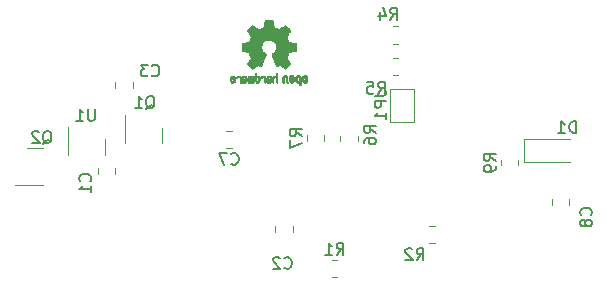
<source format=gbr>
%TF.GenerationSoftware,KiCad,Pcbnew,6.0.11-2627ca5db0~126~ubuntu22.04.1*%
%TF.CreationDate,2023-02-28T23:03:16-05:00*%
%TF.ProjectId,canbus-linbus-bridge,63616e62-7573-42d6-9c69-6e6275732d62,1.0*%
%TF.SameCoordinates,Original*%
%TF.FileFunction,Legend,Bot*%
%TF.FilePolarity,Positive*%
%FSLAX46Y46*%
G04 Gerber Fmt 4.6, Leading zero omitted, Abs format (unit mm)*
G04 Created by KiCad (PCBNEW 6.0.11-2627ca5db0~126~ubuntu22.04.1) date 2023-02-28 23:03:16*
%MOMM*%
%LPD*%
G01*
G04 APERTURE LIST*
%ADD10C,0.150000*%
%ADD11C,0.120000*%
%ADD12C,0.010000*%
G04 APERTURE END LIST*
D10*
%TO.C,R9*%
X101372380Y-84093333D02*
X100896190Y-83760000D01*
X101372380Y-83521904D02*
X100372380Y-83521904D01*
X100372380Y-83902857D01*
X100420000Y-83998095D01*
X100467619Y-84045714D01*
X100562857Y-84093333D01*
X100705714Y-84093333D01*
X100800952Y-84045714D01*
X100848571Y-83998095D01*
X100896190Y-83902857D01*
X100896190Y-83521904D01*
X101372380Y-84569523D02*
X101372380Y-84760000D01*
X101324761Y-84855238D01*
X101277142Y-84902857D01*
X101134285Y-84998095D01*
X100943809Y-85045714D01*
X100562857Y-85045714D01*
X100467619Y-84998095D01*
X100420000Y-84950476D01*
X100372380Y-84855238D01*
X100372380Y-84664761D01*
X100420000Y-84569523D01*
X100467619Y-84521904D01*
X100562857Y-84474285D01*
X100800952Y-84474285D01*
X100896190Y-84521904D01*
X100943809Y-84569523D01*
X100991428Y-84664761D01*
X100991428Y-84855238D01*
X100943809Y-84950476D01*
X100896190Y-84998095D01*
X100800952Y-85045714D01*
%TO.C,R7*%
X84942380Y-82013333D02*
X84466190Y-81680000D01*
X84942380Y-81441904D02*
X83942380Y-81441904D01*
X83942380Y-81822857D01*
X83990000Y-81918095D01*
X84037619Y-81965714D01*
X84132857Y-82013333D01*
X84275714Y-82013333D01*
X84370952Y-81965714D01*
X84418571Y-81918095D01*
X84466190Y-81822857D01*
X84466190Y-81441904D01*
X83942380Y-82346666D02*
X83942380Y-83013333D01*
X84942380Y-82584761D01*
%TO.C,R6*%
X91242380Y-81753333D02*
X90766190Y-81420000D01*
X91242380Y-81181904D02*
X90242380Y-81181904D01*
X90242380Y-81562857D01*
X90290000Y-81658095D01*
X90337619Y-81705714D01*
X90432857Y-81753333D01*
X90575714Y-81753333D01*
X90670952Y-81705714D01*
X90718571Y-81658095D01*
X90766190Y-81562857D01*
X90766190Y-81181904D01*
X90242380Y-82610476D02*
X90242380Y-82420000D01*
X90290000Y-82324761D01*
X90337619Y-82277142D01*
X90480476Y-82181904D01*
X90670952Y-82134285D01*
X91051904Y-82134285D01*
X91147142Y-82181904D01*
X91194761Y-82229523D01*
X91242380Y-82324761D01*
X91242380Y-82515238D01*
X91194761Y-82610476D01*
X91147142Y-82658095D01*
X91051904Y-82705714D01*
X90813809Y-82705714D01*
X90718571Y-82658095D01*
X90670952Y-82610476D01*
X90623333Y-82515238D01*
X90623333Y-82324761D01*
X90670952Y-82229523D01*
X90718571Y-82181904D01*
X90813809Y-82134285D01*
%TO.C,R5*%
X91416666Y-78422380D02*
X91750000Y-77946190D01*
X91988095Y-78422380D02*
X91988095Y-77422380D01*
X91607142Y-77422380D01*
X91511904Y-77470000D01*
X91464285Y-77517619D01*
X91416666Y-77612857D01*
X91416666Y-77755714D01*
X91464285Y-77850952D01*
X91511904Y-77898571D01*
X91607142Y-77946190D01*
X91988095Y-77946190D01*
X90511904Y-77422380D02*
X90988095Y-77422380D01*
X91035714Y-77898571D01*
X90988095Y-77850952D01*
X90892857Y-77803333D01*
X90654761Y-77803333D01*
X90559523Y-77850952D01*
X90511904Y-77898571D01*
X90464285Y-77993809D01*
X90464285Y-78231904D01*
X90511904Y-78327142D01*
X90559523Y-78374761D01*
X90654761Y-78422380D01*
X90892857Y-78422380D01*
X90988095Y-78374761D01*
X91035714Y-78327142D01*
%TO.C,R4*%
X92456666Y-72142380D02*
X92790000Y-71666190D01*
X93028095Y-72142380D02*
X93028095Y-71142380D01*
X92647142Y-71142380D01*
X92551904Y-71190000D01*
X92504285Y-71237619D01*
X92456666Y-71332857D01*
X92456666Y-71475714D01*
X92504285Y-71570952D01*
X92551904Y-71618571D01*
X92647142Y-71666190D01*
X93028095Y-71666190D01*
X91599523Y-71475714D02*
X91599523Y-72142380D01*
X91837619Y-71094761D02*
X92075714Y-71809047D01*
X91456666Y-71809047D01*
%TO.C,D1*%
X108188095Y-81752380D02*
X108188095Y-80752380D01*
X107950000Y-80752380D01*
X107807142Y-80800000D01*
X107711904Y-80895238D01*
X107664285Y-80990476D01*
X107616666Y-81180952D01*
X107616666Y-81323809D01*
X107664285Y-81514285D01*
X107711904Y-81609523D01*
X107807142Y-81704761D01*
X107950000Y-81752380D01*
X108188095Y-81752380D01*
X106664285Y-81752380D02*
X107235714Y-81752380D01*
X106950000Y-81752380D02*
X106950000Y-80752380D01*
X107045238Y-80895238D01*
X107140476Y-80990476D01*
X107235714Y-81038095D01*
%TO.C,C8*%
X109437142Y-88703333D02*
X109484761Y-88655714D01*
X109532380Y-88512857D01*
X109532380Y-88417619D01*
X109484761Y-88274761D01*
X109389523Y-88179523D01*
X109294285Y-88131904D01*
X109103809Y-88084285D01*
X108960952Y-88084285D01*
X108770476Y-88131904D01*
X108675238Y-88179523D01*
X108580000Y-88274761D01*
X108532380Y-88417619D01*
X108532380Y-88512857D01*
X108580000Y-88655714D01*
X108627619Y-88703333D01*
X108960952Y-89274761D02*
X108913333Y-89179523D01*
X108865714Y-89131904D01*
X108770476Y-89084285D01*
X108722857Y-89084285D01*
X108627619Y-89131904D01*
X108580000Y-89179523D01*
X108532380Y-89274761D01*
X108532380Y-89465238D01*
X108580000Y-89560476D01*
X108627619Y-89608095D01*
X108722857Y-89655714D01*
X108770476Y-89655714D01*
X108865714Y-89608095D01*
X108913333Y-89560476D01*
X108960952Y-89465238D01*
X108960952Y-89274761D01*
X109008571Y-89179523D01*
X109056190Y-89131904D01*
X109151428Y-89084285D01*
X109341904Y-89084285D01*
X109437142Y-89131904D01*
X109484761Y-89179523D01*
X109532380Y-89274761D01*
X109532380Y-89465238D01*
X109484761Y-89560476D01*
X109437142Y-89608095D01*
X109341904Y-89655714D01*
X109151428Y-89655714D01*
X109056190Y-89608095D01*
X109008571Y-89560476D01*
X108960952Y-89465238D01*
%TO.C,C7*%
X78991666Y-84337142D02*
X79039285Y-84384761D01*
X79182142Y-84432380D01*
X79277380Y-84432380D01*
X79420238Y-84384761D01*
X79515476Y-84289523D01*
X79563095Y-84194285D01*
X79610714Y-84003809D01*
X79610714Y-83860952D01*
X79563095Y-83670476D01*
X79515476Y-83575238D01*
X79420238Y-83480000D01*
X79277380Y-83432380D01*
X79182142Y-83432380D01*
X79039285Y-83480000D01*
X78991666Y-83527619D01*
X78658333Y-83432380D02*
X77991666Y-83432380D01*
X78420238Y-84432380D01*
%TO.C,U1*%
X67436904Y-79727380D02*
X67436904Y-80536904D01*
X67389285Y-80632142D01*
X67341666Y-80679761D01*
X67246428Y-80727380D01*
X67055952Y-80727380D01*
X66960714Y-80679761D01*
X66913095Y-80632142D01*
X66865476Y-80536904D01*
X66865476Y-79727380D01*
X65865476Y-80727380D02*
X66436904Y-80727380D01*
X66151190Y-80727380D02*
X66151190Y-79727380D01*
X66246428Y-79870238D01*
X66341666Y-79965476D01*
X66436904Y-80013095D01*
%TO.C,R1*%
X87916666Y-92052380D02*
X88250000Y-91576190D01*
X88488095Y-92052380D02*
X88488095Y-91052380D01*
X88107142Y-91052380D01*
X88011904Y-91100000D01*
X87964285Y-91147619D01*
X87916666Y-91242857D01*
X87916666Y-91385714D01*
X87964285Y-91480952D01*
X88011904Y-91528571D01*
X88107142Y-91576190D01*
X88488095Y-91576190D01*
X86964285Y-92052380D02*
X87535714Y-92052380D01*
X87250000Y-92052380D02*
X87250000Y-91052380D01*
X87345238Y-91195238D01*
X87440476Y-91290476D01*
X87535714Y-91338095D01*
%TO.C,C2*%
X83491666Y-93157142D02*
X83539285Y-93204761D01*
X83682142Y-93252380D01*
X83777380Y-93252380D01*
X83920238Y-93204761D01*
X84015476Y-93109523D01*
X84063095Y-93014285D01*
X84110714Y-92823809D01*
X84110714Y-92680952D01*
X84063095Y-92490476D01*
X84015476Y-92395238D01*
X83920238Y-92300000D01*
X83777380Y-92252380D01*
X83682142Y-92252380D01*
X83539285Y-92300000D01*
X83491666Y-92347619D01*
X83110714Y-92347619D02*
X83063095Y-92300000D01*
X82967857Y-92252380D01*
X82729761Y-92252380D01*
X82634523Y-92300000D01*
X82586904Y-92347619D01*
X82539285Y-92442857D01*
X82539285Y-92538095D01*
X82586904Y-92680952D01*
X83158333Y-93252380D01*
X82539285Y-93252380D01*
%TO.C,C3*%
X72266666Y-76857142D02*
X72314285Y-76904761D01*
X72457142Y-76952380D01*
X72552380Y-76952380D01*
X72695238Y-76904761D01*
X72790476Y-76809523D01*
X72838095Y-76714285D01*
X72885714Y-76523809D01*
X72885714Y-76380952D01*
X72838095Y-76190476D01*
X72790476Y-76095238D01*
X72695238Y-76000000D01*
X72552380Y-75952380D01*
X72457142Y-75952380D01*
X72314285Y-76000000D01*
X72266666Y-76047619D01*
X71933333Y-75952380D02*
X71314285Y-75952380D01*
X71647619Y-76333333D01*
X71504761Y-76333333D01*
X71409523Y-76380952D01*
X71361904Y-76428571D01*
X71314285Y-76523809D01*
X71314285Y-76761904D01*
X71361904Y-76857142D01*
X71409523Y-76904761D01*
X71504761Y-76952380D01*
X71790476Y-76952380D01*
X71885714Y-76904761D01*
X71933333Y-76857142D01*
%TO.C,C1*%
X67032142Y-85833333D02*
X67079761Y-85785714D01*
X67127380Y-85642857D01*
X67127380Y-85547619D01*
X67079761Y-85404761D01*
X66984523Y-85309523D01*
X66889285Y-85261904D01*
X66698809Y-85214285D01*
X66555952Y-85214285D01*
X66365476Y-85261904D01*
X66270238Y-85309523D01*
X66175000Y-85404761D01*
X66127380Y-85547619D01*
X66127380Y-85642857D01*
X66175000Y-85785714D01*
X66222619Y-85833333D01*
X67127380Y-86785714D02*
X67127380Y-86214285D01*
X67127380Y-86500000D02*
X66127380Y-86500000D01*
X66270238Y-86404761D01*
X66365476Y-86309523D01*
X66413095Y-86214285D01*
%TO.C,Q2*%
X63045238Y-82672619D02*
X63140476Y-82625000D01*
X63235714Y-82529761D01*
X63378571Y-82386904D01*
X63473809Y-82339285D01*
X63569047Y-82339285D01*
X63521428Y-82577380D02*
X63616666Y-82529761D01*
X63711904Y-82434523D01*
X63759523Y-82244047D01*
X63759523Y-81910714D01*
X63711904Y-81720238D01*
X63616666Y-81625000D01*
X63521428Y-81577380D01*
X63330952Y-81577380D01*
X63235714Y-81625000D01*
X63140476Y-81720238D01*
X63092857Y-81910714D01*
X63092857Y-82244047D01*
X63140476Y-82434523D01*
X63235714Y-82529761D01*
X63330952Y-82577380D01*
X63521428Y-82577380D01*
X62711904Y-81672619D02*
X62664285Y-81625000D01*
X62569047Y-81577380D01*
X62330952Y-81577380D01*
X62235714Y-81625000D01*
X62188095Y-81672619D01*
X62140476Y-81767857D01*
X62140476Y-81863095D01*
X62188095Y-82005952D01*
X62759523Y-82577380D01*
X62140476Y-82577380D01*
%TO.C,Q1*%
X71770238Y-79722619D02*
X71865476Y-79675000D01*
X71960714Y-79579761D01*
X72103571Y-79436904D01*
X72198809Y-79389285D01*
X72294047Y-79389285D01*
X72246428Y-79627380D02*
X72341666Y-79579761D01*
X72436904Y-79484523D01*
X72484523Y-79294047D01*
X72484523Y-78960714D01*
X72436904Y-78770238D01*
X72341666Y-78675000D01*
X72246428Y-78627380D01*
X72055952Y-78627380D01*
X71960714Y-78675000D01*
X71865476Y-78770238D01*
X71817857Y-78960714D01*
X71817857Y-79294047D01*
X71865476Y-79484523D01*
X71960714Y-79579761D01*
X72055952Y-79627380D01*
X72246428Y-79627380D01*
X70865476Y-79627380D02*
X71436904Y-79627380D01*
X71151190Y-79627380D02*
X71151190Y-78627380D01*
X71246428Y-78770238D01*
X71341666Y-78865476D01*
X71436904Y-78913095D01*
%TO.C,JP1*%
X91127380Y-78591666D02*
X91841666Y-78591666D01*
X91984523Y-78544047D01*
X92079761Y-78448809D01*
X92127380Y-78305952D01*
X92127380Y-78210714D01*
X92127380Y-79067857D02*
X91127380Y-79067857D01*
X91127380Y-79448809D01*
X91175000Y-79544047D01*
X91222619Y-79591666D01*
X91317857Y-79639285D01*
X91460714Y-79639285D01*
X91555952Y-79591666D01*
X91603571Y-79544047D01*
X91651190Y-79448809D01*
X91651190Y-79067857D01*
X92127380Y-80591666D02*
X92127380Y-80020238D01*
X92127380Y-80305952D02*
X91127380Y-80305952D01*
X91270238Y-80210714D01*
X91365476Y-80115476D01*
X91413095Y-80020238D01*
%TO.C,R2*%
X94691666Y-92502380D02*
X95025000Y-92026190D01*
X95263095Y-92502380D02*
X95263095Y-91502380D01*
X94882142Y-91502380D01*
X94786904Y-91550000D01*
X94739285Y-91597619D01*
X94691666Y-91692857D01*
X94691666Y-91835714D01*
X94739285Y-91930952D01*
X94786904Y-91978571D01*
X94882142Y-92026190D01*
X95263095Y-92026190D01*
X94310714Y-91597619D02*
X94263095Y-91550000D01*
X94167857Y-91502380D01*
X93929761Y-91502380D01*
X93834523Y-91550000D01*
X93786904Y-91597619D01*
X93739285Y-91692857D01*
X93739285Y-91788095D01*
X93786904Y-91930952D01*
X94358333Y-92502380D01*
X93739285Y-92502380D01*
D11*
%TO.C,R9*%
X101835000Y-84032936D02*
X101835000Y-84487064D01*
X103305000Y-84032936D02*
X103305000Y-84487064D01*
%TO.C,R7*%
X85405000Y-81952936D02*
X85405000Y-82407064D01*
X86875000Y-81952936D02*
X86875000Y-82407064D01*
%TO.C,R6*%
X88215000Y-81972936D02*
X88215000Y-82427064D01*
X89685000Y-81972936D02*
X89685000Y-82427064D01*
%TO.C,R5*%
X92672936Y-76865000D02*
X93127064Y-76865000D01*
X92672936Y-75395000D02*
X93127064Y-75395000D01*
%TO.C,R4*%
X92652936Y-74175000D02*
X93107064Y-74175000D01*
X92652936Y-72705000D02*
X93107064Y-72705000D01*
%TO.C,D1*%
X103800000Y-84240000D02*
X107700000Y-84240000D01*
X103800000Y-84240000D02*
X103800000Y-82240000D01*
X103800000Y-82240000D02*
X107700000Y-82240000D01*
%TO.C,C8*%
X107615000Y-87346248D02*
X107615000Y-87868752D01*
X106145000Y-87346248D02*
X106145000Y-87868752D01*
%TO.C,C7*%
X78563748Y-81565000D02*
X79086252Y-81565000D01*
X78563748Y-83035000D02*
X79086252Y-83035000D01*
%TO.C,U1*%
X68285000Y-82925000D02*
X68285000Y-82275000D01*
X65165000Y-82925000D02*
X65165000Y-83575000D01*
X65165000Y-82925000D02*
X65165000Y-81250000D01*
X68285000Y-82925000D02*
X68285000Y-83575000D01*
%TO.C,R1*%
X87977064Y-93985000D02*
X87522936Y-93985000D01*
X87977064Y-92515000D02*
X87522936Y-92515000D01*
%TO.C,C2*%
X82715000Y-90111252D02*
X82715000Y-89588748D01*
X84185000Y-90111252D02*
X84185000Y-89588748D01*
%TO.C,C3*%
X69165000Y-77936252D02*
X69165000Y-77413748D01*
X70635000Y-77936252D02*
X70635000Y-77413748D01*
%TO.C,C1*%
X69160000Y-84726248D02*
X69160000Y-85248752D01*
X67690000Y-84726248D02*
X67690000Y-85248752D01*
%TO.C,Q2*%
X62375000Y-86135000D02*
X60700000Y-86135000D01*
X62375000Y-83015000D02*
X63025000Y-83015000D01*
X62375000Y-86135000D02*
X63025000Y-86135000D01*
X62375000Y-83015000D02*
X61725000Y-83015000D01*
%TO.C,Q1*%
X73110000Y-81937500D02*
X73110000Y-81287500D01*
X73110000Y-81937500D02*
X73110000Y-82587500D01*
X69990000Y-81937500D02*
X69990000Y-80262500D01*
X69990000Y-81937500D02*
X69990000Y-82587500D01*
%TO.C,REF\u002A\u002A*%
G36*
X85425701Y-77190935D02*
G01*
X85424914Y-77261119D01*
X85422210Y-77310022D01*
X85416606Y-77344178D01*
X85407119Y-77370124D01*
X85392768Y-77394397D01*
X85389237Y-77399433D01*
X85351878Y-77439143D01*
X85309311Y-77469092D01*
X85287452Y-77478810D01*
X85208908Y-77495020D01*
X85131231Y-77484535D01*
X85059645Y-77448707D01*
X84999374Y-77388887D01*
X84994286Y-77380873D01*
X84977730Y-77334342D01*
X84966573Y-77269552D01*
X84961160Y-77194727D01*
X84961768Y-77125513D01*
X85108248Y-77125513D01*
X85109402Y-77221399D01*
X85109866Y-77227569D01*
X85116629Y-77280478D01*
X85128671Y-77314029D01*
X85149005Y-77337016D01*
X85183097Y-77358548D01*
X85216814Y-77359680D01*
X85251543Y-77334857D01*
X85257584Y-77328325D01*
X85269417Y-77308779D01*
X85276404Y-77280386D01*
X85279727Y-77236430D01*
X85280571Y-77170192D01*
X85279125Y-77108150D01*
X85271907Y-77049042D01*
X85257006Y-77011686D01*
X85232636Y-76992152D01*
X85197008Y-76986514D01*
X85183440Y-76987635D01*
X85145430Y-77008194D01*
X85120312Y-77054299D01*
X85108248Y-77125513D01*
X84961768Y-77125513D01*
X84961833Y-77118096D01*
X84968937Y-77047882D01*
X84982815Y-76992312D01*
X85000649Y-76955301D01*
X85050855Y-76897733D01*
X85118885Y-76861962D01*
X85202158Y-76849665D01*
X85224398Y-76850331D01*
X85289891Y-76863947D01*
X85343687Y-76898249D01*
X85393057Y-76957338D01*
X85395995Y-76961722D01*
X85409287Y-76985299D01*
X85417932Y-77011949D01*
X85422904Y-77048159D01*
X85425174Y-77100413D01*
X85425678Y-77170192D01*
X85425714Y-77175200D01*
X85425701Y-77190935D01*
G37*
D12*
X85425701Y-77190935D02*
X85424914Y-77261119D01*
X85422210Y-77310022D01*
X85416606Y-77344178D01*
X85407119Y-77370124D01*
X85392768Y-77394397D01*
X85389237Y-77399433D01*
X85351878Y-77439143D01*
X85309311Y-77469092D01*
X85287452Y-77478810D01*
X85208908Y-77495020D01*
X85131231Y-77484535D01*
X85059645Y-77448707D01*
X84999374Y-77388887D01*
X84994286Y-77380873D01*
X84977730Y-77334342D01*
X84966573Y-77269552D01*
X84961160Y-77194727D01*
X84961768Y-77125513D01*
X85108248Y-77125513D01*
X85109402Y-77221399D01*
X85109866Y-77227569D01*
X85116629Y-77280478D01*
X85128671Y-77314029D01*
X85149005Y-77337016D01*
X85183097Y-77358548D01*
X85216814Y-77359680D01*
X85251543Y-77334857D01*
X85257584Y-77328325D01*
X85269417Y-77308779D01*
X85276404Y-77280386D01*
X85279727Y-77236430D01*
X85280571Y-77170192D01*
X85279125Y-77108150D01*
X85271907Y-77049042D01*
X85257006Y-77011686D01*
X85232636Y-76992152D01*
X85197008Y-76986514D01*
X85183440Y-76987635D01*
X85145430Y-77008194D01*
X85120312Y-77054299D01*
X85108248Y-77125513D01*
X84961768Y-77125513D01*
X84961833Y-77118096D01*
X84968937Y-77047882D01*
X84982815Y-76992312D01*
X85000649Y-76955301D01*
X85050855Y-76897733D01*
X85118885Y-76861962D01*
X85202158Y-76849665D01*
X85224398Y-76850331D01*
X85289891Y-76863947D01*
X85343687Y-76898249D01*
X85393057Y-76957338D01*
X85395995Y-76961722D01*
X85409287Y-76985299D01*
X85417932Y-77011949D01*
X85422904Y-77048159D01*
X85425174Y-77100413D01*
X85425678Y-77170192D01*
X85425714Y-77175200D01*
X85425701Y-77190935D01*
G36*
X84871252Y-77353000D02*
G01*
X84871651Y-77385339D01*
X84872929Y-77493455D01*
X84873185Y-77576186D01*
X84871634Y-77636426D01*
X84867490Y-77677073D01*
X84859964Y-77701023D01*
X84848271Y-77711171D01*
X84831624Y-77710414D01*
X84809236Y-77701648D01*
X84780321Y-77687769D01*
X84774142Y-77684808D01*
X84748413Y-77670311D01*
X84734976Y-77653065D01*
X84729834Y-77624308D01*
X84728990Y-77575283D01*
X84728952Y-77487257D01*
X84638276Y-77487257D01*
X84582498Y-77484815D01*
X84538640Y-77474908D01*
X84502218Y-77454886D01*
X84499503Y-77452929D01*
X84462546Y-77419869D01*
X84436826Y-77379931D01*
X84420606Y-77327657D01*
X84412148Y-77257588D01*
X84410083Y-77178430D01*
X84554857Y-77178430D01*
X84554882Y-77191697D01*
X84556261Y-77251584D01*
X84560687Y-77290732D01*
X84569461Y-77316153D01*
X84583886Y-77334857D01*
X84584784Y-77335750D01*
X84620237Y-77359952D01*
X84654596Y-77357567D01*
X84693403Y-77328260D01*
X84702895Y-77318244D01*
X84716876Y-77297708D01*
X84724760Y-77270997D01*
X84728245Y-77230499D01*
X84729029Y-77168603D01*
X84728350Y-77131130D01*
X84720983Y-77062980D01*
X84704168Y-77018330D01*
X84676234Y-76993926D01*
X84635509Y-76986514D01*
X84618350Y-76988094D01*
X84588660Y-77003766D01*
X84569031Y-77038691D01*
X84558188Y-77095901D01*
X84554857Y-77178430D01*
X84410083Y-77178430D01*
X84409714Y-77164267D01*
X84410253Y-77096169D01*
X84412707Y-77044587D01*
X84418158Y-77008816D01*
X84427686Y-76982015D01*
X84442371Y-76957338D01*
X84455852Y-76938480D01*
X84504799Y-76887568D01*
X84560256Y-76859918D01*
X84629928Y-76851165D01*
X84709664Y-76859890D01*
X84778595Y-76891185D01*
X84833113Y-76946381D01*
X84837223Y-76952224D01*
X84846808Y-76967753D01*
X84854151Y-76985498D01*
X84859612Y-77009290D01*
X84863550Y-77042958D01*
X84866323Y-77090333D01*
X84868292Y-77155245D01*
X84868528Y-77168603D01*
X84869815Y-77241524D01*
X84871252Y-77353000D01*
G37*
X84871252Y-77353000D02*
X84871651Y-77385339D01*
X84872929Y-77493455D01*
X84873185Y-77576186D01*
X84871634Y-77636426D01*
X84867490Y-77677073D01*
X84859964Y-77701023D01*
X84848271Y-77711171D01*
X84831624Y-77710414D01*
X84809236Y-77701648D01*
X84780321Y-77687769D01*
X84774142Y-77684808D01*
X84748413Y-77670311D01*
X84734976Y-77653065D01*
X84729834Y-77624308D01*
X84728990Y-77575283D01*
X84728952Y-77487257D01*
X84638276Y-77487257D01*
X84582498Y-77484815D01*
X84538640Y-77474908D01*
X84502218Y-77454886D01*
X84499503Y-77452929D01*
X84462546Y-77419869D01*
X84436826Y-77379931D01*
X84420606Y-77327657D01*
X84412148Y-77257588D01*
X84410083Y-77178430D01*
X84554857Y-77178430D01*
X84554882Y-77191697D01*
X84556261Y-77251584D01*
X84560687Y-77290732D01*
X84569461Y-77316153D01*
X84583886Y-77334857D01*
X84584784Y-77335750D01*
X84620237Y-77359952D01*
X84654596Y-77357567D01*
X84693403Y-77328260D01*
X84702895Y-77318244D01*
X84716876Y-77297708D01*
X84724760Y-77270997D01*
X84728245Y-77230499D01*
X84729029Y-77168603D01*
X84728350Y-77131130D01*
X84720983Y-77062980D01*
X84704168Y-77018330D01*
X84676234Y-76993926D01*
X84635509Y-76986514D01*
X84618350Y-76988094D01*
X84588660Y-77003766D01*
X84569031Y-77038691D01*
X84558188Y-77095901D01*
X84554857Y-77178430D01*
X84410083Y-77178430D01*
X84409714Y-77164267D01*
X84410253Y-77096169D01*
X84412707Y-77044587D01*
X84418158Y-77008816D01*
X84427686Y-76982015D01*
X84442371Y-76957338D01*
X84455852Y-76938480D01*
X84504799Y-76887568D01*
X84560256Y-76859918D01*
X84629928Y-76851165D01*
X84709664Y-76859890D01*
X84778595Y-76891185D01*
X84833113Y-76946381D01*
X84837223Y-76952224D01*
X84846808Y-76967753D01*
X84854151Y-76985498D01*
X84859612Y-77009290D01*
X84863550Y-77042958D01*
X84866323Y-77090333D01*
X84868292Y-77155245D01*
X84868528Y-77168603D01*
X84869815Y-77241524D01*
X84871252Y-77353000D01*
G36*
X82838543Y-76689444D02*
G01*
X82885714Y-76709342D01*
X82885714Y-77106509D01*
X82885519Y-77209498D01*
X82884998Y-77302141D01*
X82884199Y-77380700D01*
X82883172Y-77441439D01*
X82881963Y-77480623D01*
X82880623Y-77494514D01*
X82880099Y-77494468D01*
X82862287Y-77489420D01*
X82829823Y-77478580D01*
X82784114Y-77462646D01*
X82784114Y-77258173D01*
X82783824Y-77177832D01*
X82782474Y-77119562D01*
X82779369Y-77079909D01*
X82773812Y-77053618D01*
X82765107Y-77035436D01*
X82752556Y-77020107D01*
X82743999Y-77011955D01*
X82697728Y-76989375D01*
X82646728Y-76991375D01*
X82599993Y-77018073D01*
X82593189Y-77024698D01*
X82582293Y-77038456D01*
X82574836Y-77056642D01*
X82570169Y-77084177D01*
X82567642Y-77125981D01*
X82566602Y-77186973D01*
X82566400Y-77272073D01*
X82566303Y-77315234D01*
X82565674Y-77386224D01*
X82564556Y-77443076D01*
X82563063Y-77480828D01*
X82561309Y-77494514D01*
X82560785Y-77494468D01*
X82542973Y-77489420D01*
X82510509Y-77478580D01*
X82464800Y-77462646D01*
X82464823Y-77257237D01*
X82464857Y-77238951D01*
X82466778Y-77143626D01*
X82472678Y-77071543D01*
X82484001Y-77017813D01*
X82502187Y-76977549D01*
X82528679Y-76945861D01*
X82564918Y-76917861D01*
X82600263Y-76900333D01*
X82656773Y-76886785D01*
X82712356Y-76886015D01*
X82755086Y-76899195D01*
X82758298Y-76901015D01*
X82768205Y-76900820D01*
X82774975Y-76885572D01*
X82779861Y-76850613D01*
X82784114Y-76791289D01*
X82791371Y-76669547D01*
X82838543Y-76689444D01*
G37*
X82838543Y-76689444D02*
X82885714Y-76709342D01*
X82885714Y-77106509D01*
X82885519Y-77209498D01*
X82884998Y-77302141D01*
X82884199Y-77380700D01*
X82883172Y-77441439D01*
X82881963Y-77480623D01*
X82880623Y-77494514D01*
X82880099Y-77494468D01*
X82862287Y-77489420D01*
X82829823Y-77478580D01*
X82784114Y-77462646D01*
X82784114Y-77258173D01*
X82783824Y-77177832D01*
X82782474Y-77119562D01*
X82779369Y-77079909D01*
X82773812Y-77053618D01*
X82765107Y-77035436D01*
X82752556Y-77020107D01*
X82743999Y-77011955D01*
X82697728Y-76989375D01*
X82646728Y-76991375D01*
X82599993Y-77018073D01*
X82593189Y-77024698D01*
X82582293Y-77038456D01*
X82574836Y-77056642D01*
X82570169Y-77084177D01*
X82567642Y-77125981D01*
X82566602Y-77186973D01*
X82566400Y-77272073D01*
X82566303Y-77315234D01*
X82565674Y-77386224D01*
X82564556Y-77443076D01*
X82563063Y-77480828D01*
X82561309Y-77494514D01*
X82560785Y-77494468D01*
X82542973Y-77489420D01*
X82510509Y-77478580D01*
X82464800Y-77462646D01*
X82464823Y-77257237D01*
X82464857Y-77238951D01*
X82466778Y-77143626D01*
X82472678Y-77071543D01*
X82484001Y-77017813D01*
X82502187Y-76977549D01*
X82528679Y-76945861D01*
X82564918Y-76917861D01*
X82600263Y-76900333D01*
X82656773Y-76886785D01*
X82712356Y-76886015D01*
X82755086Y-76899195D01*
X82758298Y-76901015D01*
X82768205Y-76900820D01*
X82774975Y-76885572D01*
X82779861Y-76850613D01*
X82784114Y-76791289D01*
X82791371Y-76669547D01*
X82838543Y-76689444D01*
G36*
X80813941Y-76889282D02*
G01*
X80845774Y-76901758D01*
X80882743Y-76918602D01*
X80882743Y-77405196D01*
X80836812Y-77451127D01*
X80826320Y-77461427D01*
X80797255Y-77484320D01*
X80767943Y-77491735D01*
X80724326Y-77488321D01*
X80706568Y-77486114D01*
X80660767Y-77481445D01*
X80628743Y-77479585D01*
X80619244Y-77479869D01*
X80580274Y-77482948D01*
X80533160Y-77488321D01*
X80518085Y-77490168D01*
X80480110Y-77490893D01*
X80452325Y-77479429D01*
X80420674Y-77451127D01*
X80374743Y-77405196D01*
X80374743Y-77145055D01*
X80375101Y-77068180D01*
X80376216Y-76994886D01*
X80377952Y-76936850D01*
X80380167Y-76898663D01*
X80382721Y-76884914D01*
X80383256Y-76884951D01*
X80401808Y-76891793D01*
X80433153Y-76906868D01*
X80475608Y-76928822D01*
X80479604Y-77157240D01*
X80483600Y-77385657D01*
X80570686Y-77385657D01*
X80574657Y-77135286D01*
X80575916Y-77067227D01*
X80577718Y-76994482D01*
X80579671Y-76936730D01*
X80581612Y-76898648D01*
X80583377Y-76884914D01*
X80583885Y-76884962D01*
X80601482Y-76890015D01*
X80633834Y-76900849D01*
X80679543Y-76916783D01*
X80679765Y-77136706D01*
X80679988Y-77174909D01*
X80681531Y-77249146D01*
X80684292Y-77311145D01*
X80687977Y-77355308D01*
X80692292Y-77376041D01*
X80707732Y-77387131D01*
X80739241Y-77390556D01*
X80773886Y-77385657D01*
X80777857Y-77135286D01*
X80779278Y-77071663D01*
X80782225Y-76996356D01*
X80786079Y-76937286D01*
X80790542Y-76898718D01*
X80795317Y-76884914D01*
X80813941Y-76889282D01*
G37*
X80813941Y-76889282D02*
X80845774Y-76901758D01*
X80882743Y-76918602D01*
X80882743Y-77405196D01*
X80836812Y-77451127D01*
X80826320Y-77461427D01*
X80797255Y-77484320D01*
X80767943Y-77491735D01*
X80724326Y-77488321D01*
X80706568Y-77486114D01*
X80660767Y-77481445D01*
X80628743Y-77479585D01*
X80619244Y-77479869D01*
X80580274Y-77482948D01*
X80533160Y-77488321D01*
X80518085Y-77490168D01*
X80480110Y-77490893D01*
X80452325Y-77479429D01*
X80420674Y-77451127D01*
X80374743Y-77405196D01*
X80374743Y-77145055D01*
X80375101Y-77068180D01*
X80376216Y-76994886D01*
X80377952Y-76936850D01*
X80380167Y-76898663D01*
X80382721Y-76884914D01*
X80383256Y-76884951D01*
X80401808Y-76891793D01*
X80433153Y-76906868D01*
X80475608Y-76928822D01*
X80479604Y-77157240D01*
X80483600Y-77385657D01*
X80570686Y-77385657D01*
X80574657Y-77135286D01*
X80575916Y-77067227D01*
X80577718Y-76994482D01*
X80579671Y-76936730D01*
X80581612Y-76898648D01*
X80583377Y-76884914D01*
X80583885Y-76884962D01*
X80601482Y-76890015D01*
X80633834Y-76900849D01*
X80679543Y-76916783D01*
X80679765Y-77136706D01*
X80679988Y-77174909D01*
X80681531Y-77249146D01*
X80684292Y-77311145D01*
X80687977Y-77355308D01*
X80692292Y-77376041D01*
X80707732Y-77387131D01*
X80739241Y-77390556D01*
X80773886Y-77385657D01*
X80777857Y-77135286D01*
X80779278Y-77071663D01*
X80782225Y-76996356D01*
X80786079Y-76937286D01*
X80790542Y-76898718D01*
X80795317Y-76884914D01*
X80813941Y-76889282D01*
G36*
X83591020Y-76857822D02*
G01*
X83658810Y-76889680D01*
X83714366Y-76944770D01*
X83725881Y-76962016D01*
X83735432Y-76981562D01*
X83742206Y-77006198D01*
X83746819Y-77040711D01*
X83749888Y-77089889D01*
X83752029Y-77158519D01*
X83753859Y-77251389D01*
X83758404Y-77509007D01*
X83720225Y-77494491D01*
X83685268Y-77481156D01*
X83659097Y-77468323D01*
X83642013Y-77451780D01*
X83632086Y-77426465D01*
X83627386Y-77387316D01*
X83625982Y-77329268D01*
X83625943Y-77247261D01*
X83625744Y-77181895D01*
X83624559Y-77119173D01*
X83621729Y-77076334D01*
X83616609Y-77048220D01*
X83608553Y-77029675D01*
X83596914Y-77015543D01*
X83568303Y-76995600D01*
X83520239Y-76988083D01*
X83472688Y-77007079D01*
X83469550Y-77009511D01*
X83459769Y-77020748D01*
X83452553Y-77038770D01*
X83447299Y-77068026D01*
X83443402Y-77112962D01*
X83440256Y-77178028D01*
X83437257Y-77267670D01*
X83430000Y-77507697D01*
X83368314Y-77480044D01*
X83306629Y-77452391D01*
X83306629Y-77233246D01*
X83306884Y-77173711D01*
X83309086Y-77090892D01*
X83314661Y-77029227D01*
X83324941Y-76983748D01*
X83341258Y-76949484D01*
X83364943Y-76921466D01*
X83397328Y-76894723D01*
X83443907Y-76867780D01*
X83517287Y-76850191D01*
X83591020Y-76857822D01*
G37*
X83591020Y-76857822D02*
X83658810Y-76889680D01*
X83714366Y-76944770D01*
X83725881Y-76962016D01*
X83735432Y-76981562D01*
X83742206Y-77006198D01*
X83746819Y-77040711D01*
X83749888Y-77089889D01*
X83752029Y-77158519D01*
X83753859Y-77251389D01*
X83758404Y-77509007D01*
X83720225Y-77494491D01*
X83685268Y-77481156D01*
X83659097Y-77468323D01*
X83642013Y-77451780D01*
X83632086Y-77426465D01*
X83627386Y-77387316D01*
X83625982Y-77329268D01*
X83625943Y-77247261D01*
X83625744Y-77181895D01*
X83624559Y-77119173D01*
X83621729Y-77076334D01*
X83616609Y-77048220D01*
X83608553Y-77029675D01*
X83596914Y-77015543D01*
X83568303Y-76995600D01*
X83520239Y-76988083D01*
X83472688Y-77007079D01*
X83469550Y-77009511D01*
X83459769Y-77020748D01*
X83452553Y-77038770D01*
X83447299Y-77068026D01*
X83443402Y-77112962D01*
X83440256Y-77178028D01*
X83437257Y-77267670D01*
X83430000Y-77507697D01*
X83368314Y-77480044D01*
X83306629Y-77452391D01*
X83306629Y-77233246D01*
X83306884Y-77173711D01*
X83309086Y-77090892D01*
X83314661Y-77029227D01*
X83324941Y-76983748D01*
X83341258Y-76949484D01*
X83364943Y-76921466D01*
X83397328Y-76894723D01*
X83443907Y-76867780D01*
X83517287Y-76850191D01*
X83591020Y-76857822D01*
G36*
X81389537Y-77246313D02*
G01*
X81381345Y-77323462D01*
X81363519Y-77381276D01*
X81333975Y-77425422D01*
X81290625Y-77461568D01*
X81249332Y-77482463D01*
X81179987Y-77494090D01*
X81110736Y-77481377D01*
X81048145Y-77445945D01*
X80998779Y-77389418D01*
X80992818Y-77378995D01*
X80984945Y-77360733D01*
X80979106Y-77337429D01*
X80974999Y-77305085D01*
X80972325Y-77259704D01*
X80970781Y-77197287D01*
X80970734Y-77191748D01*
X81071429Y-77191748D01*
X81071772Y-77244577D01*
X81073942Y-77292362D01*
X81079307Y-77323209D01*
X81089217Y-77343935D01*
X81105021Y-77361356D01*
X81108724Y-77364705D01*
X81156299Y-77389419D01*
X81206635Y-77386890D01*
X81253517Y-77357288D01*
X81267477Y-77341953D01*
X81279160Y-77321622D01*
X81285686Y-77293514D01*
X81288524Y-77250550D01*
X81289143Y-77185647D01*
X81288837Y-77136122D01*
X81286722Y-77087782D01*
X81281390Y-77056587D01*
X81271460Y-77035647D01*
X81255550Y-77018073D01*
X81246204Y-77010159D01*
X81197776Y-76988843D01*
X81147040Y-76992198D01*
X81102987Y-77020107D01*
X81093504Y-77031173D01*
X81081939Y-77052009D01*
X81075252Y-77081106D01*
X81072173Y-77125381D01*
X81071429Y-77191748D01*
X80970734Y-77191748D01*
X80970067Y-77113837D01*
X80969883Y-77005358D01*
X80969829Y-76668601D01*
X81017000Y-76688362D01*
X81029472Y-76693770D01*
X81049324Y-76705985D01*
X81060687Y-76724482D01*
X81066933Y-76756829D01*
X81071429Y-76810593D01*
X81075535Y-76858866D01*
X81080963Y-76890557D01*
X81088739Y-76902383D01*
X81100457Y-76899212D01*
X81130318Y-76888067D01*
X81183684Y-76885304D01*
X81241093Y-76895625D01*
X81290625Y-76917861D01*
X81317876Y-76938443D01*
X81352865Y-76978600D01*
X81375274Y-77030086D01*
X81387190Y-77098568D01*
X81390542Y-77185647D01*
X81390698Y-77189714D01*
X81389537Y-77246313D01*
G37*
X81389537Y-77246313D02*
X81381345Y-77323462D01*
X81363519Y-77381276D01*
X81333975Y-77425422D01*
X81290625Y-77461568D01*
X81249332Y-77482463D01*
X81179987Y-77494090D01*
X81110736Y-77481377D01*
X81048145Y-77445945D01*
X80998779Y-77389418D01*
X80992818Y-77378995D01*
X80984945Y-77360733D01*
X80979106Y-77337429D01*
X80974999Y-77305085D01*
X80972325Y-77259704D01*
X80970781Y-77197287D01*
X80970734Y-77191748D01*
X81071429Y-77191748D01*
X81071772Y-77244577D01*
X81073942Y-77292362D01*
X81079307Y-77323209D01*
X81089217Y-77343935D01*
X81105021Y-77361356D01*
X81108724Y-77364705D01*
X81156299Y-77389419D01*
X81206635Y-77386890D01*
X81253517Y-77357288D01*
X81267477Y-77341953D01*
X81279160Y-77321622D01*
X81285686Y-77293514D01*
X81288524Y-77250550D01*
X81289143Y-77185647D01*
X81288837Y-77136122D01*
X81286722Y-77087782D01*
X81281390Y-77056587D01*
X81271460Y-77035647D01*
X81255550Y-77018073D01*
X81246204Y-77010159D01*
X81197776Y-76988843D01*
X81147040Y-76992198D01*
X81102987Y-77020107D01*
X81093504Y-77031173D01*
X81081939Y-77052009D01*
X81075252Y-77081106D01*
X81072173Y-77125381D01*
X81071429Y-77191748D01*
X80970734Y-77191748D01*
X80970067Y-77113837D01*
X80969883Y-77005358D01*
X80969829Y-76668601D01*
X81017000Y-76688362D01*
X81029472Y-76693770D01*
X81049324Y-76705985D01*
X81060687Y-76724482D01*
X81066933Y-76756829D01*
X81071429Y-76810593D01*
X81075535Y-76858866D01*
X81080963Y-76890557D01*
X81088739Y-76902383D01*
X81100457Y-76899212D01*
X81130318Y-76888067D01*
X81183684Y-76885304D01*
X81241093Y-76895625D01*
X81290625Y-76917861D01*
X81317876Y-76938443D01*
X81352865Y-76978600D01*
X81375274Y-77030086D01*
X81387190Y-77098568D01*
X81390542Y-77185647D01*
X81390698Y-77189714D01*
X81389537Y-77246313D01*
G36*
X79300307Y-77231305D02*
G01*
X79296762Y-77307521D01*
X79287483Y-77363294D01*
X79270375Y-77404613D01*
X79243344Y-77437467D01*
X79204292Y-77467846D01*
X79179445Y-77481660D01*
X79139615Y-77490965D01*
X79083665Y-77490230D01*
X79052385Y-77487283D01*
X79014653Y-77478283D01*
X78984494Y-77458720D01*
X78949408Y-77422267D01*
X78944720Y-77416943D01*
X78913177Y-77375969D01*
X78898128Y-77340283D01*
X78894286Y-77297966D01*
X78894286Y-77235779D01*
X78937742Y-77252182D01*
X78969424Y-77271356D01*
X78996962Y-77316347D01*
X79002711Y-77330752D01*
X79034855Y-77371546D01*
X79078611Y-77392081D01*
X79126254Y-77390235D01*
X79170057Y-77363886D01*
X79185111Y-77347455D01*
X79198763Y-77322667D01*
X79194493Y-77300144D01*
X79169916Y-77276964D01*
X79122651Y-77250202D01*
X79050314Y-77216934D01*
X78901543Y-77151816D01*
X78897595Y-77087308D01*
X78899079Y-77046220D01*
X78996010Y-77046220D01*
X79003368Y-77071657D01*
X79036848Y-77098814D01*
X79097614Y-77129714D01*
X79107669Y-77134190D01*
X79155751Y-77155017D01*
X79191726Y-77169665D01*
X79208444Y-77175200D01*
X79210977Y-77171126D01*
X79211993Y-77146247D01*
X79208369Y-77106257D01*
X79199242Y-77067152D01*
X79170773Y-77017884D01*
X79129678Y-76990122D01*
X79080590Y-76986364D01*
X79028144Y-77009109D01*
X79013609Y-77020481D01*
X78996010Y-77046220D01*
X78899079Y-77046220D01*
X78899338Y-77039064D01*
X78921281Y-76978096D01*
X78948979Y-76944497D01*
X79006405Y-76906966D01*
X79074527Y-76888006D01*
X79144947Y-76889507D01*
X79209267Y-76913355D01*
X79223426Y-76922513D01*
X79255904Y-76950849D01*
X79278116Y-76986695D01*
X79291804Y-77035384D01*
X79298715Y-77102249D01*
X79299628Y-77146247D01*
X79300590Y-77192622D01*
X79300307Y-77231305D01*
G37*
X79300307Y-77231305D02*
X79296762Y-77307521D01*
X79287483Y-77363294D01*
X79270375Y-77404613D01*
X79243344Y-77437467D01*
X79204292Y-77467846D01*
X79179445Y-77481660D01*
X79139615Y-77490965D01*
X79083665Y-77490230D01*
X79052385Y-77487283D01*
X79014653Y-77478283D01*
X78984494Y-77458720D01*
X78949408Y-77422267D01*
X78944720Y-77416943D01*
X78913177Y-77375969D01*
X78898128Y-77340283D01*
X78894286Y-77297966D01*
X78894286Y-77235779D01*
X78937742Y-77252182D01*
X78969424Y-77271356D01*
X78996962Y-77316347D01*
X79002711Y-77330752D01*
X79034855Y-77371546D01*
X79078611Y-77392081D01*
X79126254Y-77390235D01*
X79170057Y-77363886D01*
X79185111Y-77347455D01*
X79198763Y-77322667D01*
X79194493Y-77300144D01*
X79169916Y-77276964D01*
X79122651Y-77250202D01*
X79050314Y-77216934D01*
X78901543Y-77151816D01*
X78897595Y-77087308D01*
X78899079Y-77046220D01*
X78996010Y-77046220D01*
X79003368Y-77071657D01*
X79036848Y-77098814D01*
X79097614Y-77129714D01*
X79107669Y-77134190D01*
X79155751Y-77155017D01*
X79191726Y-77169665D01*
X79208444Y-77175200D01*
X79210977Y-77171126D01*
X79211993Y-77146247D01*
X79208369Y-77106257D01*
X79199242Y-77067152D01*
X79170773Y-77017884D01*
X79129678Y-76990122D01*
X79080590Y-76986364D01*
X79028144Y-77009109D01*
X79013609Y-77020481D01*
X78996010Y-77046220D01*
X78899079Y-77046220D01*
X78899338Y-77039064D01*
X78921281Y-76978096D01*
X78948979Y-76944497D01*
X79006405Y-76906966D01*
X79074527Y-76888006D01*
X79144947Y-76889507D01*
X79209267Y-76913355D01*
X79223426Y-76922513D01*
X79255904Y-76950849D01*
X79278116Y-76986695D01*
X79291804Y-77035384D01*
X79298715Y-77102249D01*
X79299628Y-77146247D01*
X79300590Y-77192622D01*
X79300307Y-77231305D01*
G36*
X81767691Y-76906467D02*
G01*
X81772273Y-76909003D01*
X81809704Y-76938057D01*
X81843170Y-76975410D01*
X81849007Y-76983852D01*
X81860165Y-77003553D01*
X81868136Y-77026935D01*
X81873618Y-77059067D01*
X81877307Y-77105019D01*
X81879899Y-77169859D01*
X81882092Y-77258657D01*
X81882402Y-77273669D01*
X81883400Y-77370999D01*
X81881994Y-77439934D01*
X81878164Y-77480948D01*
X81871889Y-77494514D01*
X81852898Y-77490452D01*
X81820638Y-77478144D01*
X81813041Y-77474545D01*
X81801176Y-77466398D01*
X81792994Y-77453004D01*
X81787643Y-77429608D01*
X81784269Y-77391455D01*
X81782019Y-77333790D01*
X81780040Y-77251857D01*
X81779498Y-77227907D01*
X81777403Y-77152266D01*
X81774683Y-77099328D01*
X81770515Y-77064075D01*
X81764079Y-77041487D01*
X81754550Y-77026544D01*
X81741106Y-77014227D01*
X81701305Y-76992634D01*
X81652341Y-76988476D01*
X81608529Y-77004999D01*
X81577008Y-77039210D01*
X81564914Y-77088114D01*
X81564578Y-77101407D01*
X81557972Y-77125472D01*
X81538470Y-77129144D01*
X81500283Y-77114813D01*
X81491438Y-77110217D01*
X81467534Y-77083186D01*
X81467061Y-77042994D01*
X81489836Y-76987409D01*
X81510727Y-76957117D01*
X81564142Y-76914084D01*
X81630074Y-76889755D01*
X81700574Y-76886443D01*
X81767691Y-76906467D01*
G37*
X81767691Y-76906467D02*
X81772273Y-76909003D01*
X81809704Y-76938057D01*
X81843170Y-76975410D01*
X81849007Y-76983852D01*
X81860165Y-77003553D01*
X81868136Y-77026935D01*
X81873618Y-77059067D01*
X81877307Y-77105019D01*
X81879899Y-77169859D01*
X81882092Y-77258657D01*
X81882402Y-77273669D01*
X81883400Y-77370999D01*
X81881994Y-77439934D01*
X81878164Y-77480948D01*
X81871889Y-77494514D01*
X81852898Y-77490452D01*
X81820638Y-77478144D01*
X81813041Y-77474545D01*
X81801176Y-77466398D01*
X81792994Y-77453004D01*
X81787643Y-77429608D01*
X81784269Y-77391455D01*
X81782019Y-77333790D01*
X81780040Y-77251857D01*
X81779498Y-77227907D01*
X81777403Y-77152266D01*
X81774683Y-77099328D01*
X81770515Y-77064075D01*
X81764079Y-77041487D01*
X81754550Y-77026544D01*
X81741106Y-77014227D01*
X81701305Y-76992634D01*
X81652341Y-76988476D01*
X81608529Y-77004999D01*
X81577008Y-77039210D01*
X81564914Y-77088114D01*
X81564578Y-77101407D01*
X81557972Y-77125472D01*
X81538470Y-77129144D01*
X81500283Y-77114813D01*
X81491438Y-77110217D01*
X81467534Y-77083186D01*
X81467061Y-77042994D01*
X81489836Y-76987409D01*
X81510727Y-76957117D01*
X81564142Y-76914084D01*
X81630074Y-76889755D01*
X81700574Y-76886443D01*
X81767691Y-76906467D01*
G36*
X82249483Y-76900569D02*
G01*
X82299376Y-76929661D01*
X82321325Y-76952327D01*
X82363504Y-77020082D01*
X82377714Y-77093950D01*
X82377714Y-77144770D01*
X82330999Y-77125128D01*
X82298692Y-77105308D01*
X82273231Y-77064160D01*
X82270616Y-77055675D01*
X82242478Y-77012451D01*
X82200067Y-76989103D01*
X82151370Y-76988100D01*
X82104373Y-77011914D01*
X82097357Y-77018056D01*
X82073893Y-77044745D01*
X82070019Y-77068014D01*
X82087768Y-77090862D01*
X82129179Y-77116287D01*
X82196286Y-77147288D01*
X82200824Y-77149252D01*
X82275322Y-77183990D01*
X82326203Y-77214763D01*
X82357525Y-77245488D01*
X82373343Y-77280082D01*
X82377714Y-77322462D01*
X82371986Y-77369446D01*
X82343062Y-77429585D01*
X82292178Y-77472788D01*
X82255374Y-77485759D01*
X82203434Y-77492856D01*
X82152999Y-77491340D01*
X82116983Y-77480632D01*
X82113158Y-77477966D01*
X82102998Y-77459337D01*
X82110048Y-77426505D01*
X82122297Y-77400735D01*
X82141939Y-77390006D01*
X82179191Y-77390539D01*
X82230908Y-77387462D01*
X82264701Y-77366212D01*
X82276114Y-77326877D01*
X82276104Y-77325747D01*
X82269187Y-77302913D01*
X82245659Y-77281963D01*
X82199914Y-77257815D01*
X82137704Y-77228741D01*
X82096499Y-77212925D01*
X82072712Y-77213944D01*
X82061597Y-77234837D01*
X82058408Y-77278641D01*
X82058400Y-77348393D01*
X82058044Y-77391452D01*
X82056413Y-77444626D01*
X82053761Y-77481022D01*
X82050422Y-77494514D01*
X82049530Y-77494423D01*
X82030237Y-77487110D01*
X81998284Y-77471678D01*
X81954124Y-77448842D01*
X81959371Y-77243078D01*
X81959736Y-77229432D01*
X81963904Y-77133651D01*
X81971268Y-77061462D01*
X81983330Y-77008058D01*
X82001593Y-76968633D01*
X82027560Y-76938380D01*
X82062733Y-76912493D01*
X82063384Y-76912087D01*
X82120256Y-76890968D01*
X82186033Y-76887400D01*
X82249483Y-76900569D01*
G37*
X82249483Y-76900569D02*
X82299376Y-76929661D01*
X82321325Y-76952327D01*
X82363504Y-77020082D01*
X82377714Y-77093950D01*
X82377714Y-77144770D01*
X82330999Y-77125128D01*
X82298692Y-77105308D01*
X82273231Y-77064160D01*
X82270616Y-77055675D01*
X82242478Y-77012451D01*
X82200067Y-76989103D01*
X82151370Y-76988100D01*
X82104373Y-77011914D01*
X82097357Y-77018056D01*
X82073893Y-77044745D01*
X82070019Y-77068014D01*
X82087768Y-77090862D01*
X82129179Y-77116287D01*
X82196286Y-77147288D01*
X82200824Y-77149252D01*
X82275322Y-77183990D01*
X82326203Y-77214763D01*
X82357525Y-77245488D01*
X82373343Y-77280082D01*
X82377714Y-77322462D01*
X82371986Y-77369446D01*
X82343062Y-77429585D01*
X82292178Y-77472788D01*
X82255374Y-77485759D01*
X82203434Y-77492856D01*
X82152999Y-77491340D01*
X82116983Y-77480632D01*
X82113158Y-77477966D01*
X82102998Y-77459337D01*
X82110048Y-77426505D01*
X82122297Y-77400735D01*
X82141939Y-77390006D01*
X82179191Y-77390539D01*
X82230908Y-77387462D01*
X82264701Y-77366212D01*
X82276114Y-77326877D01*
X82276104Y-77325747D01*
X82269187Y-77302913D01*
X82245659Y-77281963D01*
X82199914Y-77257815D01*
X82137704Y-77228741D01*
X82096499Y-77212925D01*
X82072712Y-77213944D01*
X82061597Y-77234837D01*
X82058408Y-77278641D01*
X82058400Y-77348393D01*
X82058044Y-77391452D01*
X82056413Y-77444626D01*
X82053761Y-77481022D01*
X82050422Y-77494514D01*
X82049530Y-77494423D01*
X82030237Y-77487110D01*
X81998284Y-77471678D01*
X81954124Y-77448842D01*
X81959371Y-77243078D01*
X81959736Y-77229432D01*
X81963904Y-77133651D01*
X81971268Y-77061462D01*
X81983330Y-77008058D01*
X82001593Y-76968633D01*
X82027560Y-76938380D01*
X82062733Y-76912493D01*
X82063384Y-76912087D01*
X82120256Y-76890968D01*
X82186033Y-76887400D01*
X82249483Y-76900569D01*
G36*
X84317684Y-77244078D02*
G01*
X84315078Y-77267387D01*
X84295660Y-77350352D01*
X84260573Y-77413448D01*
X84207212Y-77461808D01*
X84204196Y-77463804D01*
X84136362Y-77492185D01*
X84065535Y-77494711D01*
X83997289Y-77473097D01*
X83937196Y-77429062D01*
X83890829Y-77364322D01*
X83890050Y-77362761D01*
X83874643Y-77322558D01*
X83863357Y-77276866D01*
X83857370Y-77233972D01*
X83857861Y-77202160D01*
X83866007Y-77189714D01*
X83873244Y-77190471D01*
X83907851Y-77204235D01*
X83947078Y-77229546D01*
X83980448Y-77258845D01*
X83997483Y-77284572D01*
X84015192Y-77319471D01*
X84051485Y-77351212D01*
X84093630Y-77363886D01*
X84109077Y-77360221D01*
X84139569Y-77341774D01*
X84166128Y-77316166D01*
X84177486Y-77292934D01*
X84177482Y-77292848D01*
X84164596Y-77282179D01*
X84130241Y-77262933D01*
X84079593Y-77237813D01*
X84017829Y-77209524D01*
X84017489Y-77209374D01*
X83950388Y-77179498D01*
X83905411Y-77157973D01*
X83878145Y-77141437D01*
X83864178Y-77126531D01*
X83859097Y-77109893D01*
X83858490Y-77088162D01*
X83862712Y-77047013D01*
X84006000Y-77047013D01*
X84020791Y-77059949D01*
X84057644Y-77079333D01*
X84058725Y-77079881D01*
X84102205Y-77100587D01*
X84141102Y-77117105D01*
X84165778Y-77124093D01*
X84175676Y-77114753D01*
X84177486Y-77082748D01*
X84169966Y-77042915D01*
X84143897Y-77006717D01*
X84106154Y-76987950D01*
X84064077Y-76989845D01*
X84025005Y-77015632D01*
X84009647Y-77033451D01*
X84006000Y-77047013D01*
X83862712Y-77047013D01*
X83863833Y-77036086D01*
X83890251Y-76965335D01*
X83934473Y-76909735D01*
X83991697Y-76871239D01*
X84057120Y-76851797D01*
X84125937Y-76853359D01*
X84193347Y-76877878D01*
X84254544Y-76927302D01*
X84288450Y-76976212D01*
X84312806Y-77046027D01*
X84316767Y-77082748D01*
X84322299Y-77134055D01*
X84317684Y-77244078D01*
G37*
X84317684Y-77244078D02*
X84315078Y-77267387D01*
X84295660Y-77350352D01*
X84260573Y-77413448D01*
X84207212Y-77461808D01*
X84204196Y-77463804D01*
X84136362Y-77492185D01*
X84065535Y-77494711D01*
X83997289Y-77473097D01*
X83937196Y-77429062D01*
X83890829Y-77364322D01*
X83890050Y-77362761D01*
X83874643Y-77322558D01*
X83863357Y-77276866D01*
X83857370Y-77233972D01*
X83857861Y-77202160D01*
X83866007Y-77189714D01*
X83873244Y-77190471D01*
X83907851Y-77204235D01*
X83947078Y-77229546D01*
X83980448Y-77258845D01*
X83997483Y-77284572D01*
X84015192Y-77319471D01*
X84051485Y-77351212D01*
X84093630Y-77363886D01*
X84109077Y-77360221D01*
X84139569Y-77341774D01*
X84166128Y-77316166D01*
X84177486Y-77292934D01*
X84177482Y-77292848D01*
X84164596Y-77282179D01*
X84130241Y-77262933D01*
X84079593Y-77237813D01*
X84017829Y-77209524D01*
X84017489Y-77209374D01*
X83950388Y-77179498D01*
X83905411Y-77157973D01*
X83878145Y-77141437D01*
X83864178Y-77126531D01*
X83859097Y-77109893D01*
X83858490Y-77088162D01*
X83862712Y-77047013D01*
X84006000Y-77047013D01*
X84020791Y-77059949D01*
X84057644Y-77079333D01*
X84058725Y-77079881D01*
X84102205Y-77100587D01*
X84141102Y-77117105D01*
X84165778Y-77124093D01*
X84175676Y-77114753D01*
X84177486Y-77082748D01*
X84169966Y-77042915D01*
X84143897Y-77006717D01*
X84106154Y-76987950D01*
X84064077Y-76989845D01*
X84025005Y-77015632D01*
X84009647Y-77033451D01*
X84006000Y-77047013D01*
X83862712Y-77047013D01*
X83863833Y-77036086D01*
X83890251Y-76965335D01*
X83934473Y-76909735D01*
X83991697Y-76871239D01*
X84057120Y-76851797D01*
X84125937Y-76853359D01*
X84193347Y-76877878D01*
X84254544Y-76927302D01*
X84288450Y-76976212D01*
X84312806Y-77046027D01*
X84316767Y-77082748D01*
X84322299Y-77134055D01*
X84317684Y-77244078D01*
G36*
X80127495Y-76886220D02*
G01*
X80158599Y-76894121D01*
X80187559Y-76913817D01*
X80224831Y-76950484D01*
X80248801Y-76976378D01*
X80273770Y-77009997D01*
X80285031Y-77041506D01*
X80287657Y-77081485D01*
X80287657Y-77146917D01*
X80243035Y-77123842D01*
X80207673Y-77095724D01*
X80183451Y-77057848D01*
X80179291Y-77047551D01*
X80147594Y-77007637D01*
X80103554Y-76987624D01*
X80055531Y-76989572D01*
X80011886Y-77015543D01*
X79993420Y-77036635D01*
X79982663Y-77063619D01*
X79994178Y-77087634D01*
X80029981Y-77111791D01*
X80092090Y-77139199D01*
X80101515Y-77142985D01*
X80158058Y-77167759D01*
X80206580Y-77192189D01*
X80237451Y-77211486D01*
X80268371Y-77245953D01*
X80288927Y-77300957D01*
X80286744Y-77359983D01*
X80262424Y-77415845D01*
X80216568Y-77461355D01*
X80179438Y-77480727D01*
X80107711Y-77494292D01*
X80067852Y-77492462D01*
X80030953Y-77482568D01*
X80016797Y-77461806D01*
X80022091Y-77427613D01*
X80023631Y-77423092D01*
X80035842Y-77399116D01*
X80056174Y-77390042D01*
X80094908Y-77390649D01*
X80122257Y-77391474D01*
X80154257Y-77384392D01*
X80176182Y-77363219D01*
X80188670Y-77337152D01*
X80190062Y-77309845D01*
X80189998Y-77309685D01*
X80173807Y-77294930D01*
X80139155Y-77273457D01*
X80094321Y-77249458D01*
X80047582Y-77227125D01*
X80007217Y-77210652D01*
X79981504Y-77204229D01*
X79977679Y-77210518D01*
X79972864Y-77240115D01*
X79969566Y-77288447D01*
X79968343Y-77349372D01*
X79968058Y-77391542D01*
X79966718Y-77444653D01*
X79964528Y-77481025D01*
X79961769Y-77494514D01*
X79947344Y-77489981D01*
X79918226Y-77477670D01*
X79881257Y-77460826D01*
X79881257Y-77244721D01*
X79881493Y-77189327D01*
X79883729Y-77105207D01*
X79889423Y-77042800D01*
X79899903Y-76997358D01*
X79916497Y-76964133D01*
X79940531Y-76938378D01*
X79973333Y-76915344D01*
X80015124Y-76896335D01*
X80092287Y-76884914D01*
X80127495Y-76886220D01*
G37*
X80127495Y-76886220D02*
X80158599Y-76894121D01*
X80187559Y-76913817D01*
X80224831Y-76950484D01*
X80248801Y-76976378D01*
X80273770Y-77009997D01*
X80285031Y-77041506D01*
X80287657Y-77081485D01*
X80287657Y-77146917D01*
X80243035Y-77123842D01*
X80207673Y-77095724D01*
X80183451Y-77057848D01*
X80179291Y-77047551D01*
X80147594Y-77007637D01*
X80103554Y-76987624D01*
X80055531Y-76989572D01*
X80011886Y-77015543D01*
X79993420Y-77036635D01*
X79982663Y-77063619D01*
X79994178Y-77087634D01*
X80029981Y-77111791D01*
X80092090Y-77139199D01*
X80101515Y-77142985D01*
X80158058Y-77167759D01*
X80206580Y-77192189D01*
X80237451Y-77211486D01*
X80268371Y-77245953D01*
X80288927Y-77300957D01*
X80286744Y-77359983D01*
X80262424Y-77415845D01*
X80216568Y-77461355D01*
X80179438Y-77480727D01*
X80107711Y-77494292D01*
X80067852Y-77492462D01*
X80030953Y-77482568D01*
X80016797Y-77461806D01*
X80022091Y-77427613D01*
X80023631Y-77423092D01*
X80035842Y-77399116D01*
X80056174Y-77390042D01*
X80094908Y-77390649D01*
X80122257Y-77391474D01*
X80154257Y-77384392D01*
X80176182Y-77363219D01*
X80188670Y-77337152D01*
X80190062Y-77309845D01*
X80189998Y-77309685D01*
X80173807Y-77294930D01*
X80139155Y-77273457D01*
X80094321Y-77249458D01*
X80047582Y-77227125D01*
X80007217Y-77210652D01*
X79981504Y-77204229D01*
X79977679Y-77210518D01*
X79972864Y-77240115D01*
X79969566Y-77288447D01*
X79968343Y-77349372D01*
X79968058Y-77391542D01*
X79966718Y-77444653D01*
X79964528Y-77481025D01*
X79961769Y-77494514D01*
X79947344Y-77489981D01*
X79918226Y-77477670D01*
X79881257Y-77460826D01*
X79881257Y-77244721D01*
X79881493Y-77189327D01*
X79883729Y-77105207D01*
X79889423Y-77042800D01*
X79899903Y-76997358D01*
X79916497Y-76964133D01*
X79940531Y-76938378D01*
X79973333Y-76915344D01*
X80015124Y-76896335D01*
X80092287Y-76884914D01*
X80127495Y-76886220D01*
G36*
X79642829Y-76891097D02*
G01*
X79702753Y-76913355D01*
X79727673Y-76930080D01*
X79752910Y-76954043D01*
X79770912Y-76984526D01*
X79782858Y-77026023D01*
X79789930Y-77083032D01*
X79793308Y-77160047D01*
X79794171Y-77261565D01*
X79794002Y-77314027D01*
X79793153Y-77385715D01*
X79791711Y-77442925D01*
X79789814Y-77480809D01*
X79787597Y-77494514D01*
X79773172Y-77489981D01*
X79744054Y-77477670D01*
X79743181Y-77477272D01*
X79728060Y-77469356D01*
X79717891Y-77458495D01*
X79711691Y-77439471D01*
X79708478Y-77407069D01*
X79707270Y-77356071D01*
X79707086Y-77281261D01*
X79706714Y-77233804D01*
X79702750Y-77144615D01*
X79693673Y-77079287D01*
X79678524Y-77034393D01*
X79656345Y-77006507D01*
X79626175Y-76992203D01*
X79621990Y-76991206D01*
X79565480Y-76990427D01*
X79521410Y-77015744D01*
X79490972Y-77066502D01*
X79485544Y-77081175D01*
X79473171Y-77113649D01*
X79466905Y-77128572D01*
X79454036Y-77126516D01*
X79425933Y-77115357D01*
X79399721Y-77096927D01*
X79387771Y-77062098D01*
X79391336Y-77037151D01*
X79413235Y-76986547D01*
X79448644Y-76939128D01*
X79490052Y-76906334D01*
X79507400Y-76898752D01*
X79573089Y-76886076D01*
X79642829Y-76891097D01*
G37*
X79642829Y-76891097D02*
X79702753Y-76913355D01*
X79727673Y-76930080D01*
X79752910Y-76954043D01*
X79770912Y-76984526D01*
X79782858Y-77026023D01*
X79789930Y-77083032D01*
X79793308Y-77160047D01*
X79794171Y-77261565D01*
X79794002Y-77314027D01*
X79793153Y-77385715D01*
X79791711Y-77442925D01*
X79789814Y-77480809D01*
X79787597Y-77494514D01*
X79773172Y-77489981D01*
X79744054Y-77477670D01*
X79743181Y-77477272D01*
X79728060Y-77469356D01*
X79717891Y-77458495D01*
X79711691Y-77439471D01*
X79708478Y-77407069D01*
X79707270Y-77356071D01*
X79707086Y-77281261D01*
X79706714Y-77233804D01*
X79702750Y-77144615D01*
X79693673Y-77079287D01*
X79678524Y-77034393D01*
X79656345Y-77006507D01*
X79626175Y-76992203D01*
X79621990Y-76991206D01*
X79565480Y-76990427D01*
X79521410Y-77015744D01*
X79490972Y-77066502D01*
X79485544Y-77081175D01*
X79473171Y-77113649D01*
X79466905Y-77128572D01*
X79454036Y-77126516D01*
X79425933Y-77115357D01*
X79399721Y-77096927D01*
X79387771Y-77062098D01*
X79391336Y-77037151D01*
X79413235Y-76986547D01*
X79448644Y-76939128D01*
X79490052Y-76906334D01*
X79507400Y-76898752D01*
X79573089Y-76886076D01*
X79642829Y-76891097D01*
G36*
X82273933Y-72182371D02*
G01*
X82349856Y-72182865D01*
X82404491Y-72184135D01*
X82441500Y-72186547D01*
X82464547Y-72190467D01*
X82477296Y-72196262D01*
X82483411Y-72204299D01*
X82486556Y-72214943D01*
X82486646Y-72215325D01*
X82491814Y-72240347D01*
X82501209Y-72288681D01*
X82513867Y-72355260D01*
X82528825Y-72435014D01*
X82545119Y-72522875D01*
X82546448Y-72530064D01*
X82562691Y-72615340D01*
X82577805Y-72690242D01*
X82590808Y-72750219D01*
X82600715Y-72790717D01*
X82606544Y-72807184D01*
X82606575Y-72807210D01*
X82624943Y-72816320D01*
X82662640Y-72831457D01*
X82711543Y-72849358D01*
X82714297Y-72850330D01*
X82776817Y-72873959D01*
X82849543Y-72903595D01*
X82917294Y-72933062D01*
X83028703Y-72983626D01*
X83275399Y-72815160D01*
X83292775Y-72803311D01*
X83367202Y-72752947D01*
X83433614Y-72708612D01*
X83488039Y-72672916D01*
X83526506Y-72648471D01*
X83545042Y-72637889D01*
X83557743Y-72640315D01*
X83586579Y-72659110D01*
X83631143Y-72696330D01*
X83692670Y-72753020D01*
X83772398Y-72830227D01*
X83779532Y-72837255D01*
X83842796Y-72900222D01*
X83898990Y-72957268D01*
X83944677Y-73004817D01*
X83976414Y-73039297D01*
X83990764Y-73057131D01*
X83990810Y-73057217D01*
X83992633Y-73070795D01*
X83985910Y-73092820D01*
X83968946Y-73126304D01*
X83940044Y-73174261D01*
X83897508Y-73239704D01*
X83839644Y-73325645D01*
X83829783Y-73340151D01*
X83779913Y-73413635D01*
X83735905Y-73478687D01*
X83700380Y-73531417D01*
X83675959Y-73567936D01*
X83665264Y-73584356D01*
X83664458Y-73587834D01*
X83669518Y-73613785D01*
X83684677Y-73656159D01*
X83707463Y-73707728D01*
X83738429Y-73775170D01*
X83773004Y-73855195D01*
X83802366Y-73927629D01*
X83809645Y-73946377D01*
X83828710Y-73994246D01*
X83842715Y-74027596D01*
X83849041Y-74040114D01*
X83856025Y-74041050D01*
X83887413Y-74046461D01*
X83938787Y-74055806D01*
X84004802Y-74068069D01*
X84080113Y-74082232D01*
X84159375Y-74097280D01*
X84237243Y-74112195D01*
X84308370Y-74125961D01*
X84367412Y-74137562D01*
X84409022Y-74145980D01*
X84427857Y-74150199D01*
X84430980Y-74151389D01*
X84438591Y-74157805D01*
X84444254Y-74171465D01*
X84448251Y-74195999D01*
X84450866Y-74235038D01*
X84452384Y-74292213D01*
X84453086Y-74371154D01*
X84453257Y-74475492D01*
X84453257Y-74792799D01*
X84377057Y-74807839D01*
X84367840Y-74809642D01*
X84318891Y-74818980D01*
X84251205Y-74831669D01*
X84172478Y-74846273D01*
X84090400Y-74861355D01*
X84058078Y-74867422D01*
X83985855Y-74882181D01*
X83925666Y-74896137D01*
X83883040Y-74907952D01*
X83863510Y-74916287D01*
X83854660Y-74929905D01*
X83838548Y-74965938D01*
X83822065Y-75012572D01*
X83816263Y-75030034D01*
X83794906Y-75087358D01*
X83767359Y-75155201D01*
X83738107Y-75222355D01*
X83722463Y-75257430D01*
X83700174Y-75309822D01*
X83684857Y-75349058D01*
X83679162Y-75368563D01*
X83679478Y-75370036D01*
X83690281Y-75390729D01*
X83714638Y-75430665D01*
X83750081Y-75485972D01*
X83794136Y-75552781D01*
X83844332Y-75627220D01*
X84009501Y-75869623D01*
X83792503Y-76086983D01*
X83771516Y-76107899D01*
X83707342Y-76170505D01*
X83649990Y-76224495D01*
X83602820Y-76266826D01*
X83569192Y-76294457D01*
X83552467Y-76304343D01*
X83534303Y-76296821D01*
X83496265Y-76275227D01*
X83442726Y-76242151D01*
X83377884Y-76200191D01*
X83305940Y-76151943D01*
X83235275Y-76104291D01*
X83171526Y-76062328D01*
X83119513Y-76029165D01*
X83083279Y-76007378D01*
X83066867Y-75999543D01*
X83065905Y-75999614D01*
X83044103Y-76007338D01*
X83005440Y-76025323D01*
X82957612Y-76050013D01*
X82957110Y-76050284D01*
X82893587Y-76082099D01*
X82850060Y-76097642D01*
X82823052Y-76097685D01*
X82809090Y-76083000D01*
X82803180Y-76068544D01*
X82787229Y-76029831D01*
X82762660Y-75970316D01*
X82730779Y-75893165D01*
X82692893Y-75801541D01*
X82650310Y-75698607D01*
X82604337Y-75587526D01*
X82562667Y-75486472D01*
X82520268Y-75382780D01*
X82482756Y-75290119D01*
X82451388Y-75211642D01*
X82427425Y-75150500D01*
X82412123Y-75109843D01*
X82406743Y-75092825D01*
X82417018Y-75077219D01*
X82445563Y-75051162D01*
X82485971Y-75020887D01*
X82582979Y-74941684D01*
X82669793Y-74840475D01*
X82733322Y-74729116D01*
X82773177Y-74610893D01*
X82788965Y-74489095D01*
X82780296Y-74367010D01*
X82746778Y-74247925D01*
X82688021Y-74135129D01*
X82603632Y-74031911D01*
X82559631Y-73991713D01*
X82454211Y-73920638D01*
X82341410Y-73874301D01*
X82224525Y-73851599D01*
X82106853Y-73851428D01*
X81991690Y-73872687D01*
X81882335Y-73914270D01*
X81782083Y-73975076D01*
X81694233Y-74054001D01*
X81622080Y-74149941D01*
X81568922Y-74261795D01*
X81538057Y-74388457D01*
X81532392Y-74449507D01*
X81540185Y-74581776D01*
X81575284Y-74707266D01*
X81636649Y-74823759D01*
X81723243Y-74929039D01*
X81834029Y-75020887D01*
X81872931Y-75049930D01*
X81902104Y-75076272D01*
X81913257Y-75092800D01*
X81908810Y-75107209D01*
X81894378Y-75145815D01*
X81871173Y-75205201D01*
X81840452Y-75282215D01*
X81803474Y-75373703D01*
X81761496Y-75476516D01*
X81715778Y-75587502D01*
X81674178Y-75688072D01*
X81631222Y-75791947D01*
X81592829Y-75884819D01*
X81560305Y-75963525D01*
X81534958Y-76024899D01*
X81518095Y-76065779D01*
X81511025Y-76083000D01*
X81510943Y-76083204D01*
X81496798Y-76097745D01*
X81469659Y-76097579D01*
X81426023Y-76081927D01*
X81362388Y-76050013D01*
X81357379Y-76047326D01*
X81310125Y-76023150D01*
X81272811Y-76006037D01*
X81253133Y-75999543D01*
X81237005Y-76007218D01*
X81200959Y-76028871D01*
X81149092Y-76061928D01*
X81085445Y-76103810D01*
X81014060Y-76151943D01*
X80943724Y-76199131D01*
X80878670Y-76241267D01*
X80824820Y-76274578D01*
X80786374Y-76296469D01*
X80767534Y-76304343D01*
X80764325Y-76303343D01*
X80741954Y-76287584D01*
X80703733Y-76255033D01*
X80653021Y-76208733D01*
X80593181Y-76151726D01*
X80527571Y-76087058D01*
X80310648Y-75869772D01*
X80479601Y-75621253D01*
X80648553Y-75372733D01*
X80597183Y-75261595D01*
X80597031Y-75261266D01*
X80566183Y-75190418D01*
X80534661Y-75111523D01*
X80509266Y-75041600D01*
X80505423Y-75030322D01*
X80486047Y-74977967D01*
X80468574Y-74937283D01*
X80456388Y-74916287D01*
X80451426Y-74913322D01*
X80421634Y-74903375D01*
X80371047Y-74890505D01*
X80305194Y-74876053D01*
X80229600Y-74861355D01*
X80206957Y-74857210D01*
X80125038Y-74842116D01*
X80048600Y-74827899D01*
X79985337Y-74815995D01*
X79942943Y-74807839D01*
X79866743Y-74792799D01*
X79866743Y-74475492D01*
X79866760Y-74436476D01*
X79867082Y-74341292D01*
X79868033Y-74270255D01*
X79869896Y-74219734D01*
X79872955Y-74186098D01*
X79877494Y-74165718D01*
X79883795Y-74154962D01*
X79892143Y-74150199D01*
X79900224Y-74148270D01*
X79933172Y-74141445D01*
X79985736Y-74131022D01*
X80052569Y-74118018D01*
X80128328Y-74103449D01*
X80207665Y-74088333D01*
X80285237Y-74073685D01*
X80355698Y-74060523D01*
X80413702Y-74049863D01*
X80453904Y-74042721D01*
X80470959Y-74040114D01*
X80472112Y-74038541D01*
X80481385Y-74018119D01*
X80497432Y-73979045D01*
X80517635Y-73927629D01*
X80545672Y-73858353D01*
X80580186Y-73778290D01*
X80612538Y-73707728D01*
X80619952Y-73691889D01*
X80640755Y-73642293D01*
X80653219Y-73604038D01*
X80654863Y-73584356D01*
X80654015Y-73582962D01*
X80640548Y-73562420D01*
X80613850Y-73522516D01*
X80576539Y-73467140D01*
X80531234Y-73400177D01*
X80480552Y-73325517D01*
X80423445Y-73240692D01*
X80380607Y-73174800D01*
X80351460Y-73126478D01*
X80334317Y-73092733D01*
X80327495Y-73070572D01*
X80329306Y-73057002D01*
X80329915Y-73055984D01*
X80346297Y-73036210D01*
X80379695Y-73000175D01*
X80426671Y-72951451D01*
X80483786Y-72893612D01*
X80547603Y-72830227D01*
X80613802Y-72765905D01*
X80678648Y-72705447D01*
X80726299Y-72664655D01*
X80757990Y-72642484D01*
X80774958Y-72637889D01*
X80777175Y-72638921D01*
X80800524Y-72652837D01*
X80842912Y-72680030D01*
X80900369Y-72717889D01*
X80968923Y-72763803D01*
X81044601Y-72815160D01*
X81291298Y-72983626D01*
X81402706Y-72933062D01*
X81405943Y-72931597D01*
X81474343Y-72901965D01*
X81546907Y-72872493D01*
X81608457Y-72849358D01*
X81608729Y-72849262D01*
X81657595Y-72831367D01*
X81695212Y-72816253D01*
X81713457Y-72807184D01*
X81713752Y-72806855D01*
X81719946Y-72788282D01*
X81730139Y-72746045D01*
X81743348Y-72684696D01*
X81758590Y-72608789D01*
X81774881Y-72522875D01*
X81775449Y-72519796D01*
X81791713Y-72432128D01*
X81806608Y-72352741D01*
X81819171Y-72286701D01*
X81828438Y-72239079D01*
X81833444Y-72214943D01*
X81833764Y-72213605D01*
X81837060Y-72203273D01*
X81843738Y-72195506D01*
X81857462Y-72189940D01*
X81881895Y-72186207D01*
X81920702Y-72183942D01*
X81977546Y-72182778D01*
X82056090Y-72182348D01*
X82160000Y-72182286D01*
X82173056Y-72182286D01*
X82273933Y-72182371D01*
G37*
X82273933Y-72182371D02*
X82349856Y-72182865D01*
X82404491Y-72184135D01*
X82441500Y-72186547D01*
X82464547Y-72190467D01*
X82477296Y-72196262D01*
X82483411Y-72204299D01*
X82486556Y-72214943D01*
X82486646Y-72215325D01*
X82491814Y-72240347D01*
X82501209Y-72288681D01*
X82513867Y-72355260D01*
X82528825Y-72435014D01*
X82545119Y-72522875D01*
X82546448Y-72530064D01*
X82562691Y-72615340D01*
X82577805Y-72690242D01*
X82590808Y-72750219D01*
X82600715Y-72790717D01*
X82606544Y-72807184D01*
X82606575Y-72807210D01*
X82624943Y-72816320D01*
X82662640Y-72831457D01*
X82711543Y-72849358D01*
X82714297Y-72850330D01*
X82776817Y-72873959D01*
X82849543Y-72903595D01*
X82917294Y-72933062D01*
X83028703Y-72983626D01*
X83275399Y-72815160D01*
X83292775Y-72803311D01*
X83367202Y-72752947D01*
X83433614Y-72708612D01*
X83488039Y-72672916D01*
X83526506Y-72648471D01*
X83545042Y-72637889D01*
X83557743Y-72640315D01*
X83586579Y-72659110D01*
X83631143Y-72696330D01*
X83692670Y-72753020D01*
X83772398Y-72830227D01*
X83779532Y-72837255D01*
X83842796Y-72900222D01*
X83898990Y-72957268D01*
X83944677Y-73004817D01*
X83976414Y-73039297D01*
X83990764Y-73057131D01*
X83990810Y-73057217D01*
X83992633Y-73070795D01*
X83985910Y-73092820D01*
X83968946Y-73126304D01*
X83940044Y-73174261D01*
X83897508Y-73239704D01*
X83839644Y-73325645D01*
X83829783Y-73340151D01*
X83779913Y-73413635D01*
X83735905Y-73478687D01*
X83700380Y-73531417D01*
X83675959Y-73567936D01*
X83665264Y-73584356D01*
X83664458Y-73587834D01*
X83669518Y-73613785D01*
X83684677Y-73656159D01*
X83707463Y-73707728D01*
X83738429Y-73775170D01*
X83773004Y-73855195D01*
X83802366Y-73927629D01*
X83809645Y-73946377D01*
X83828710Y-73994246D01*
X83842715Y-74027596D01*
X83849041Y-74040114D01*
X83856025Y-74041050D01*
X83887413Y-74046461D01*
X83938787Y-74055806D01*
X84004802Y-74068069D01*
X84080113Y-74082232D01*
X84159375Y-74097280D01*
X84237243Y-74112195D01*
X84308370Y-74125961D01*
X84367412Y-74137562D01*
X84409022Y-74145980D01*
X84427857Y-74150199D01*
X84430980Y-74151389D01*
X84438591Y-74157805D01*
X84444254Y-74171465D01*
X84448251Y-74195999D01*
X84450866Y-74235038D01*
X84452384Y-74292213D01*
X84453086Y-74371154D01*
X84453257Y-74475492D01*
X84453257Y-74792799D01*
X84377057Y-74807839D01*
X84367840Y-74809642D01*
X84318891Y-74818980D01*
X84251205Y-74831669D01*
X84172478Y-74846273D01*
X84090400Y-74861355D01*
X84058078Y-74867422D01*
X83985855Y-74882181D01*
X83925666Y-74896137D01*
X83883040Y-74907952D01*
X83863510Y-74916287D01*
X83854660Y-74929905D01*
X83838548Y-74965938D01*
X83822065Y-75012572D01*
X83816263Y-75030034D01*
X83794906Y-75087358D01*
X83767359Y-75155201D01*
X83738107Y-75222355D01*
X83722463Y-75257430D01*
X83700174Y-75309822D01*
X83684857Y-75349058D01*
X83679162Y-75368563D01*
X83679478Y-75370036D01*
X83690281Y-75390729D01*
X83714638Y-75430665D01*
X83750081Y-75485972D01*
X83794136Y-75552781D01*
X83844332Y-75627220D01*
X84009501Y-75869623D01*
X83792503Y-76086983D01*
X83771516Y-76107899D01*
X83707342Y-76170505D01*
X83649990Y-76224495D01*
X83602820Y-76266826D01*
X83569192Y-76294457D01*
X83552467Y-76304343D01*
X83534303Y-76296821D01*
X83496265Y-76275227D01*
X83442726Y-76242151D01*
X83377884Y-76200191D01*
X83305940Y-76151943D01*
X83235275Y-76104291D01*
X83171526Y-76062328D01*
X83119513Y-76029165D01*
X83083279Y-76007378D01*
X83066867Y-75999543D01*
X83065905Y-75999614D01*
X83044103Y-76007338D01*
X83005440Y-76025323D01*
X82957612Y-76050013D01*
X82957110Y-76050284D01*
X82893587Y-76082099D01*
X82850060Y-76097642D01*
X82823052Y-76097685D01*
X82809090Y-76083000D01*
X82803180Y-76068544D01*
X82787229Y-76029831D01*
X82762660Y-75970316D01*
X82730779Y-75893165D01*
X82692893Y-75801541D01*
X82650310Y-75698607D01*
X82604337Y-75587526D01*
X82562667Y-75486472D01*
X82520268Y-75382780D01*
X82482756Y-75290119D01*
X82451388Y-75211642D01*
X82427425Y-75150500D01*
X82412123Y-75109843D01*
X82406743Y-75092825D01*
X82417018Y-75077219D01*
X82445563Y-75051162D01*
X82485971Y-75020887D01*
X82582979Y-74941684D01*
X82669793Y-74840475D01*
X82733322Y-74729116D01*
X82773177Y-74610893D01*
X82788965Y-74489095D01*
X82780296Y-74367010D01*
X82746778Y-74247925D01*
X82688021Y-74135129D01*
X82603632Y-74031911D01*
X82559631Y-73991713D01*
X82454211Y-73920638D01*
X82341410Y-73874301D01*
X82224525Y-73851599D01*
X82106853Y-73851428D01*
X81991690Y-73872687D01*
X81882335Y-73914270D01*
X81782083Y-73975076D01*
X81694233Y-74054001D01*
X81622080Y-74149941D01*
X81568922Y-74261795D01*
X81538057Y-74388457D01*
X81532392Y-74449507D01*
X81540185Y-74581776D01*
X81575284Y-74707266D01*
X81636649Y-74823759D01*
X81723243Y-74929039D01*
X81834029Y-75020887D01*
X81872931Y-75049930D01*
X81902104Y-75076272D01*
X81913257Y-75092800D01*
X81908810Y-75107209D01*
X81894378Y-75145815D01*
X81871173Y-75205201D01*
X81840452Y-75282215D01*
X81803474Y-75373703D01*
X81761496Y-75476516D01*
X81715778Y-75587502D01*
X81674178Y-75688072D01*
X81631222Y-75791947D01*
X81592829Y-75884819D01*
X81560305Y-75963525D01*
X81534958Y-76024899D01*
X81518095Y-76065779D01*
X81511025Y-76083000D01*
X81510943Y-76083204D01*
X81496798Y-76097745D01*
X81469659Y-76097579D01*
X81426023Y-76081927D01*
X81362388Y-76050013D01*
X81357379Y-76047326D01*
X81310125Y-76023150D01*
X81272811Y-76006037D01*
X81253133Y-75999543D01*
X81237005Y-76007218D01*
X81200959Y-76028871D01*
X81149092Y-76061928D01*
X81085445Y-76103810D01*
X81014060Y-76151943D01*
X80943724Y-76199131D01*
X80878670Y-76241267D01*
X80824820Y-76274578D01*
X80786374Y-76296469D01*
X80767534Y-76304343D01*
X80764325Y-76303343D01*
X80741954Y-76287584D01*
X80703733Y-76255033D01*
X80653021Y-76208733D01*
X80593181Y-76151726D01*
X80527571Y-76087058D01*
X80310648Y-75869772D01*
X80479601Y-75621253D01*
X80648553Y-75372733D01*
X80597183Y-75261595D01*
X80597031Y-75261266D01*
X80566183Y-75190418D01*
X80534661Y-75111523D01*
X80509266Y-75041600D01*
X80505423Y-75030322D01*
X80486047Y-74977967D01*
X80468574Y-74937283D01*
X80456388Y-74916287D01*
X80451426Y-74913322D01*
X80421634Y-74903375D01*
X80371047Y-74890505D01*
X80305194Y-74876053D01*
X80229600Y-74861355D01*
X80206957Y-74857210D01*
X80125038Y-74842116D01*
X80048600Y-74827899D01*
X79985337Y-74815995D01*
X79942943Y-74807839D01*
X79866743Y-74792799D01*
X79866743Y-74475492D01*
X79866760Y-74436476D01*
X79867082Y-74341292D01*
X79868033Y-74270255D01*
X79869896Y-74219734D01*
X79872955Y-74186098D01*
X79877494Y-74165718D01*
X79883795Y-74154962D01*
X79892143Y-74150199D01*
X79900224Y-74148270D01*
X79933172Y-74141445D01*
X79985736Y-74131022D01*
X80052569Y-74118018D01*
X80128328Y-74103449D01*
X80207665Y-74088333D01*
X80285237Y-74073685D01*
X80355698Y-74060523D01*
X80413702Y-74049863D01*
X80453904Y-74042721D01*
X80470959Y-74040114D01*
X80472112Y-74038541D01*
X80481385Y-74018119D01*
X80497432Y-73979045D01*
X80517635Y-73927629D01*
X80545672Y-73858353D01*
X80580186Y-73778290D01*
X80612538Y-73707728D01*
X80619952Y-73691889D01*
X80640755Y-73642293D01*
X80653219Y-73604038D01*
X80654863Y-73584356D01*
X80654015Y-73582962D01*
X80640548Y-73562420D01*
X80613850Y-73522516D01*
X80576539Y-73467140D01*
X80531234Y-73400177D01*
X80480552Y-73325517D01*
X80423445Y-73240692D01*
X80380607Y-73174800D01*
X80351460Y-73126478D01*
X80334317Y-73092733D01*
X80327495Y-73070572D01*
X80329306Y-73057002D01*
X80329915Y-73055984D01*
X80346297Y-73036210D01*
X80379695Y-73000175D01*
X80426671Y-72951451D01*
X80483786Y-72893612D01*
X80547603Y-72830227D01*
X80613802Y-72765905D01*
X80678648Y-72705447D01*
X80726299Y-72664655D01*
X80757990Y-72642484D01*
X80774958Y-72637889D01*
X80777175Y-72638921D01*
X80800524Y-72652837D01*
X80842912Y-72680030D01*
X80900369Y-72717889D01*
X80968923Y-72763803D01*
X81044601Y-72815160D01*
X81291298Y-72983626D01*
X81402706Y-72933062D01*
X81405943Y-72931597D01*
X81474343Y-72901965D01*
X81546907Y-72872493D01*
X81608457Y-72849358D01*
X81608729Y-72849262D01*
X81657595Y-72831367D01*
X81695212Y-72816253D01*
X81713457Y-72807184D01*
X81713752Y-72806855D01*
X81719946Y-72788282D01*
X81730139Y-72746045D01*
X81743348Y-72684696D01*
X81758590Y-72608789D01*
X81774881Y-72522875D01*
X81775449Y-72519796D01*
X81791713Y-72432128D01*
X81806608Y-72352741D01*
X81819171Y-72286701D01*
X81828438Y-72239079D01*
X81833444Y-72214943D01*
X81833764Y-72213605D01*
X81837060Y-72203273D01*
X81843738Y-72195506D01*
X81857462Y-72189940D01*
X81881895Y-72186207D01*
X81920702Y-72183942D01*
X81977546Y-72182778D01*
X82056090Y-72182348D01*
X82160000Y-72182286D01*
X82173056Y-72182286D01*
X82273933Y-72182371D01*
D11*
%TO.C,JP1*%
X92475000Y-80825000D02*
X94475000Y-80825000D01*
X94475000Y-80825000D02*
X94475000Y-78025000D01*
X94475000Y-78025000D02*
X92475000Y-78025000D01*
X92475000Y-78025000D02*
X92475000Y-80825000D01*
%TO.C,R2*%
X95772936Y-91060000D02*
X96227064Y-91060000D01*
X95772936Y-89590000D02*
X96227064Y-89590000D01*
%TD*%
M02*

</source>
